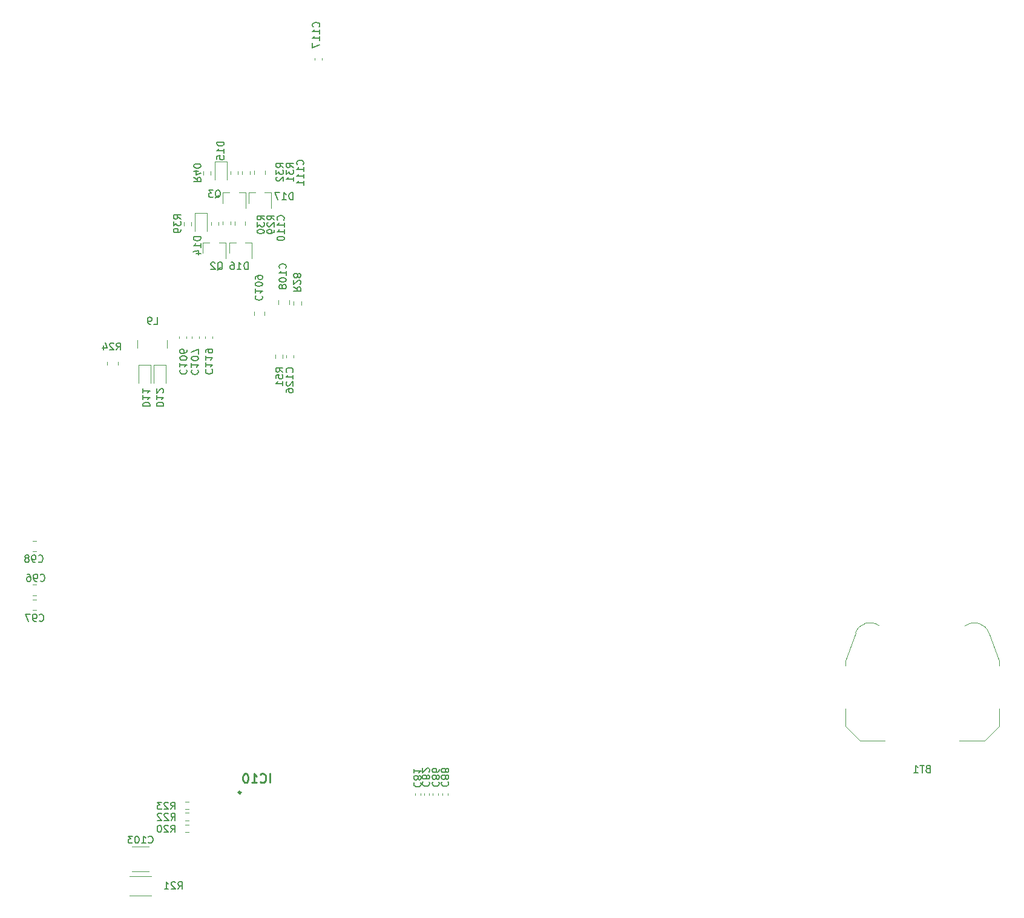
<source format=gbr>
%TF.GenerationSoftware,KiCad,Pcbnew,5.99.0-unknown-4b436fa57~104~ubuntu20.04.1*%
%TF.CreationDate,2020-10-20T16:16:34-05:00*%
%TF.ProjectId,AP2100,41503231-3030-42e6-9b69-6361645f7063,rev?*%
%TF.SameCoordinates,Original*%
%TF.FileFunction,Legend,Bot*%
%TF.FilePolarity,Positive*%
%FSLAX46Y46*%
G04 Gerber Fmt 4.6, Leading zero omitted, Abs format (unit mm)*
G04 Created by KiCad (PCBNEW 5.99.0-unknown-4b436fa57~104~ubuntu20.04.1) date 2020-10-20 16:16:34*
%MOMM*%
%LPD*%
G01*
G04 APERTURE LIST*
%ADD10C,0.150000*%
%ADD11C,0.254000*%
%ADD12C,0.120000*%
%ADD13C,0.325000*%
G04 APERTURE END LIST*
D10*
%TO.C,R40*%
X30578819Y-58707257D02*
X31055009Y-59040590D01*
X30578819Y-59278685D02*
X31578819Y-59278685D01*
X31578819Y-58897733D01*
X31531200Y-58802495D01*
X31483580Y-58754876D01*
X31388342Y-58707257D01*
X31245485Y-58707257D01*
X31150247Y-58754876D01*
X31102628Y-58802495D01*
X31055009Y-58897733D01*
X31055009Y-59278685D01*
X31245485Y-57850114D02*
X30578819Y-57850114D01*
X31626438Y-58088209D02*
X30912152Y-58326304D01*
X30912152Y-57707257D01*
X31578819Y-57135828D02*
X31578819Y-57040590D01*
X31531200Y-56945352D01*
X31483580Y-56897733D01*
X31388342Y-56850114D01*
X31197866Y-56802495D01*
X30959771Y-56802495D01*
X30769295Y-56850114D01*
X30674057Y-56897733D01*
X30626438Y-56945352D01*
X30578819Y-57040590D01*
X30578819Y-57135828D01*
X30626438Y-57231066D01*
X30674057Y-57278685D01*
X30769295Y-57326304D01*
X30959771Y-57373923D01*
X31197866Y-57373923D01*
X31388342Y-57326304D01*
X31483580Y-57278685D01*
X31531200Y-57231066D01*
X31578819Y-57135828D01*
%TO.C,C82*%
X62668057Y-143247810D02*
X62620438Y-143295429D01*
X62572819Y-143438286D01*
X62572819Y-143533524D01*
X62620438Y-143676381D01*
X62715676Y-143771619D01*
X62810914Y-143819238D01*
X63001390Y-143866857D01*
X63144247Y-143866857D01*
X63334723Y-143819238D01*
X63429961Y-143771619D01*
X63525200Y-143676381D01*
X63572819Y-143533524D01*
X63572819Y-143438286D01*
X63525200Y-143295429D01*
X63477580Y-143247810D01*
X63144247Y-142676381D02*
X63191866Y-142771619D01*
X63239485Y-142819238D01*
X63334723Y-142866857D01*
X63382342Y-142866857D01*
X63477580Y-142819238D01*
X63525200Y-142771619D01*
X63572819Y-142676381D01*
X63572819Y-142485905D01*
X63525200Y-142390667D01*
X63477580Y-142343048D01*
X63382342Y-142295429D01*
X63334723Y-142295429D01*
X63239485Y-142343048D01*
X63191866Y-142390667D01*
X63144247Y-142485905D01*
X63144247Y-142676381D01*
X63096628Y-142771619D01*
X63049009Y-142819238D01*
X62953771Y-142866857D01*
X62763295Y-142866857D01*
X62668057Y-142819238D01*
X62620438Y-142771619D01*
X62572819Y-142676381D01*
X62572819Y-142485905D01*
X62620438Y-142390667D01*
X62668057Y-142343048D01*
X62763295Y-142295429D01*
X62953771Y-142295429D01*
X63049009Y-142343048D01*
X63096628Y-142390667D01*
X63144247Y-142485905D01*
X63477580Y-141914476D02*
X63525200Y-141866857D01*
X63572819Y-141771619D01*
X63572819Y-141533524D01*
X63525200Y-141438286D01*
X63477580Y-141390667D01*
X63382342Y-141343048D01*
X63287104Y-141343048D01*
X63144247Y-141390667D01*
X62572819Y-141962095D01*
X62572819Y-141343048D01*
%TO.C,D16*%
X38171285Y-71572380D02*
X38171285Y-70572380D01*
X37933190Y-70572380D01*
X37790333Y-70620000D01*
X37695095Y-70715238D01*
X37647476Y-70810476D01*
X37599857Y-71000952D01*
X37599857Y-71143809D01*
X37647476Y-71334285D01*
X37695095Y-71429523D01*
X37790333Y-71524761D01*
X37933190Y-71572380D01*
X38171285Y-71572380D01*
X36647476Y-71572380D02*
X37218904Y-71572380D01*
X36933190Y-71572380D02*
X36933190Y-70572380D01*
X37028428Y-70715238D01*
X37123666Y-70810476D01*
X37218904Y-70858095D01*
X35790333Y-70572380D02*
X35980809Y-70572380D01*
X36076047Y-70620000D01*
X36123666Y-70667619D01*
X36218904Y-70810476D01*
X36266523Y-71000952D01*
X36266523Y-71381904D01*
X36218904Y-71477142D01*
X36171285Y-71524761D01*
X36076047Y-71572380D01*
X35885571Y-71572380D01*
X35790333Y-71524761D01*
X35742714Y-71477142D01*
X35695095Y-71381904D01*
X35695095Y-71143809D01*
X35742714Y-71048571D01*
X35790333Y-71000952D01*
X35885571Y-70953333D01*
X36076047Y-70953333D01*
X36171285Y-71000952D01*
X36218904Y-71048571D01*
X36266523Y-71143809D01*
%TO.C,C110*%
X43156142Y-64666952D02*
X43203761Y-64619333D01*
X43251380Y-64476476D01*
X43251380Y-64381238D01*
X43203761Y-64238380D01*
X43108523Y-64143142D01*
X43013285Y-64095523D01*
X42822809Y-64047904D01*
X42679952Y-64047904D01*
X42489476Y-64095523D01*
X42394238Y-64143142D01*
X42299000Y-64238380D01*
X42251380Y-64381238D01*
X42251380Y-64476476D01*
X42299000Y-64619333D01*
X42346619Y-64666952D01*
X43251380Y-65619333D02*
X43251380Y-65047904D01*
X43251380Y-65333619D02*
X42251380Y-65333619D01*
X42394238Y-65238380D01*
X42489476Y-65143142D01*
X42537095Y-65047904D01*
X43251380Y-66571714D02*
X43251380Y-66000285D01*
X43251380Y-66286000D02*
X42251380Y-66286000D01*
X42394238Y-66190761D01*
X42489476Y-66095523D01*
X42537095Y-66000285D01*
X42251380Y-67190761D02*
X42251380Y-67286000D01*
X42299000Y-67381238D01*
X42346619Y-67428857D01*
X42441857Y-67476476D01*
X42632333Y-67524095D01*
X42870428Y-67524095D01*
X43060904Y-67476476D01*
X43156142Y-67428857D01*
X43203761Y-67381238D01*
X43251380Y-67286000D01*
X43251380Y-67190761D01*
X43203761Y-67095523D01*
X43156142Y-67047904D01*
X43060904Y-67000285D01*
X42870428Y-66952666D01*
X42632333Y-66952666D01*
X42441857Y-67000285D01*
X42346619Y-67047904D01*
X42299000Y-67095523D01*
X42251380Y-67190761D01*
%TO.C,R31*%
X44546780Y-57307742D02*
X44070590Y-56974409D01*
X44546780Y-56736314D02*
X43546780Y-56736314D01*
X43546780Y-57117266D01*
X43594400Y-57212504D01*
X43642019Y-57260123D01*
X43737257Y-57307742D01*
X43880114Y-57307742D01*
X43975352Y-57260123D01*
X44022971Y-57212504D01*
X44070590Y-57117266D01*
X44070590Y-56736314D01*
X43546780Y-57641076D02*
X43546780Y-58260123D01*
X43927733Y-57926790D01*
X43927733Y-58069647D01*
X43975352Y-58164885D01*
X44022971Y-58212504D01*
X44118209Y-58260123D01*
X44356304Y-58260123D01*
X44451542Y-58212504D01*
X44499161Y-58164885D01*
X44546780Y-58069647D01*
X44546780Y-57783933D01*
X44499161Y-57688695D01*
X44451542Y-57641076D01*
X44546780Y-59212504D02*
X44546780Y-58641076D01*
X44546780Y-58926790D02*
X43546780Y-58926790D01*
X43689638Y-58831552D01*
X43784876Y-58736314D01*
X43832495Y-58641076D01*
%TO.C,C103*%
X24251047Y-151758142D02*
X24298666Y-151805761D01*
X24441523Y-151853380D01*
X24536761Y-151853380D01*
X24679619Y-151805761D01*
X24774857Y-151710523D01*
X24822476Y-151615285D01*
X24870095Y-151424809D01*
X24870095Y-151281952D01*
X24822476Y-151091476D01*
X24774857Y-150996238D01*
X24679619Y-150901000D01*
X24536761Y-150853380D01*
X24441523Y-150853380D01*
X24298666Y-150901000D01*
X24251047Y-150948619D01*
X23298666Y-151853380D02*
X23870095Y-151853380D01*
X23584380Y-151853380D02*
X23584380Y-150853380D01*
X23679619Y-150996238D01*
X23774857Y-151091476D01*
X23870095Y-151139095D01*
X22679619Y-150853380D02*
X22584380Y-150853380D01*
X22489142Y-150901000D01*
X22441523Y-150948619D01*
X22393904Y-151043857D01*
X22346285Y-151234333D01*
X22346285Y-151472428D01*
X22393904Y-151662904D01*
X22441523Y-151758142D01*
X22489142Y-151805761D01*
X22584380Y-151853380D01*
X22679619Y-151853380D01*
X22774857Y-151805761D01*
X22822476Y-151758142D01*
X22870095Y-151662904D01*
X22917714Y-151472428D01*
X22917714Y-151234333D01*
X22870095Y-151043857D01*
X22822476Y-150948619D01*
X22774857Y-150901000D01*
X22679619Y-150853380D01*
X22012952Y-150853380D02*
X21393904Y-150853380D01*
X21727238Y-151234333D01*
X21584380Y-151234333D01*
X21489142Y-151281952D01*
X21441523Y-151329571D01*
X21393904Y-151424809D01*
X21393904Y-151662904D01*
X21441523Y-151758142D01*
X21489142Y-151805761D01*
X21584380Y-151853380D01*
X21870095Y-151853380D01*
X21965333Y-151805761D01*
X22012952Y-151758142D01*
%TO.C,C119*%
X32333242Y-85560447D02*
X32285623Y-85608066D01*
X32238004Y-85750923D01*
X32238004Y-85846161D01*
X32285623Y-85989019D01*
X32380861Y-86084257D01*
X32476099Y-86131876D01*
X32666575Y-86179495D01*
X32809432Y-86179495D01*
X32999908Y-86131876D01*
X33095146Y-86084257D01*
X33190385Y-85989019D01*
X33238004Y-85846161D01*
X33238004Y-85750923D01*
X33190385Y-85608066D01*
X33142765Y-85560447D01*
X32238004Y-84608066D02*
X32238004Y-85179495D01*
X32238004Y-84893780D02*
X33238004Y-84893780D01*
X33095146Y-84989019D01*
X32999908Y-85084257D01*
X32952289Y-85179495D01*
X32238004Y-83655685D02*
X32238004Y-84227114D01*
X32238004Y-83941400D02*
X33238004Y-83941400D01*
X33095146Y-84036638D01*
X32999908Y-84131876D01*
X32952289Y-84227114D01*
X32238004Y-83179495D02*
X32238004Y-82989019D01*
X32285623Y-82893780D01*
X32333242Y-82846161D01*
X32476099Y-82750923D01*
X32666575Y-82703304D01*
X33047527Y-82703304D01*
X33142765Y-82750923D01*
X33190385Y-82798542D01*
X33238004Y-82893780D01*
X33238004Y-83084257D01*
X33190385Y-83179495D01*
X33142765Y-83227114D01*
X33047527Y-83274733D01*
X32809432Y-83274733D01*
X32714194Y-83227114D01*
X32666575Y-83179495D01*
X32618956Y-83084257D01*
X32618956Y-82893780D01*
X32666575Y-82798542D01*
X32714194Y-82750923D01*
X32809432Y-82703304D01*
%TO.C,R28*%
X44557620Y-74032257D02*
X45033810Y-74365590D01*
X44557620Y-74603685D02*
X45557620Y-74603685D01*
X45557620Y-74222733D01*
X45510001Y-74127495D01*
X45462381Y-74079876D01*
X45367143Y-74032257D01*
X45224286Y-74032257D01*
X45129048Y-74079876D01*
X45081429Y-74127495D01*
X45033810Y-74222733D01*
X45033810Y-74603685D01*
X45462381Y-73651304D02*
X45510001Y-73603685D01*
X45557620Y-73508447D01*
X45557620Y-73270352D01*
X45510001Y-73175114D01*
X45462381Y-73127495D01*
X45367143Y-73079876D01*
X45271905Y-73079876D01*
X45129048Y-73127495D01*
X44557620Y-73698923D01*
X44557620Y-73079876D01*
X45129048Y-72508447D02*
X45176667Y-72603685D01*
X45224286Y-72651304D01*
X45319524Y-72698923D01*
X45367143Y-72698923D01*
X45462381Y-72651304D01*
X45510001Y-72603685D01*
X45557620Y-72508447D01*
X45557620Y-72317971D01*
X45510001Y-72222733D01*
X45462381Y-72175114D01*
X45367143Y-72127495D01*
X45319524Y-72127495D01*
X45224286Y-72175114D01*
X45176667Y-72222733D01*
X45129048Y-72317971D01*
X45129048Y-72508447D01*
X45081429Y-72603685D01*
X45033810Y-72651304D01*
X44938572Y-72698923D01*
X44748096Y-72698923D01*
X44652858Y-72651304D01*
X44605239Y-72603685D01*
X44557620Y-72508447D01*
X44557620Y-72317971D01*
X44605239Y-72222733D01*
X44652858Y-72175114D01*
X44748096Y-72127495D01*
X44938572Y-72127495D01*
X45033810Y-72175114D01*
X45081429Y-72222733D01*
X45129048Y-72317971D01*
%TO.C,R23*%
X27393772Y-147111980D02*
X27727105Y-146635790D01*
X27965200Y-147111980D02*
X27965200Y-146111980D01*
X27584248Y-146111980D01*
X27489010Y-146159600D01*
X27441391Y-146207219D01*
X27393772Y-146302457D01*
X27393772Y-146445314D01*
X27441391Y-146540552D01*
X27489010Y-146588171D01*
X27584248Y-146635790D01*
X27965200Y-146635790D01*
X27012819Y-146207219D02*
X26965200Y-146159600D01*
X26869962Y-146111980D01*
X26631867Y-146111980D01*
X26536629Y-146159600D01*
X26489010Y-146207219D01*
X26441391Y-146302457D01*
X26441391Y-146397695D01*
X26489010Y-146540552D01*
X27060438Y-147111980D01*
X26441391Y-147111980D01*
X26108057Y-146111980D02*
X25489010Y-146111980D01*
X25822343Y-146492933D01*
X25679486Y-146492933D01*
X25584248Y-146540552D01*
X25536629Y-146588171D01*
X25489010Y-146683409D01*
X25489010Y-146921504D01*
X25536629Y-147016742D01*
X25584248Y-147064361D01*
X25679486Y-147111980D01*
X25965200Y-147111980D01*
X26060438Y-147064361D01*
X26108057Y-147016742D01*
%TO.C,C88*%
X65327257Y-143273011D02*
X65279638Y-143320630D01*
X65232019Y-143463487D01*
X65232019Y-143558725D01*
X65279638Y-143701582D01*
X65374876Y-143796820D01*
X65470114Y-143844439D01*
X65660590Y-143892058D01*
X65803447Y-143892058D01*
X65993923Y-143844439D01*
X66089161Y-143796820D01*
X66184400Y-143701582D01*
X66232019Y-143558725D01*
X66232019Y-143463487D01*
X66184400Y-143320630D01*
X66136780Y-143273011D01*
X65803447Y-142701582D02*
X65851066Y-142796820D01*
X65898685Y-142844439D01*
X65993923Y-142892058D01*
X66041542Y-142892058D01*
X66136780Y-142844439D01*
X66184400Y-142796820D01*
X66232019Y-142701582D01*
X66232019Y-142511106D01*
X66184400Y-142415868D01*
X66136780Y-142368249D01*
X66041542Y-142320630D01*
X65993923Y-142320630D01*
X65898685Y-142368249D01*
X65851066Y-142415868D01*
X65803447Y-142511106D01*
X65803447Y-142701582D01*
X65755828Y-142796820D01*
X65708209Y-142844439D01*
X65612971Y-142892058D01*
X65422495Y-142892058D01*
X65327257Y-142844439D01*
X65279638Y-142796820D01*
X65232019Y-142701582D01*
X65232019Y-142511106D01*
X65279638Y-142415868D01*
X65327257Y-142368249D01*
X65422495Y-142320630D01*
X65612971Y-142320630D01*
X65708209Y-142368249D01*
X65755828Y-142415868D01*
X65803447Y-142511106D01*
X65803447Y-141749201D02*
X65851066Y-141844439D01*
X65898685Y-141892058D01*
X65993923Y-141939677D01*
X66041542Y-141939677D01*
X66136780Y-141892058D01*
X66184400Y-141844439D01*
X66232019Y-141749201D01*
X66232019Y-141558725D01*
X66184400Y-141463487D01*
X66136780Y-141415868D01*
X66041542Y-141368249D01*
X65993923Y-141368249D01*
X65898685Y-141415868D01*
X65851066Y-141463487D01*
X65803447Y-141558725D01*
X65803447Y-141749201D01*
X65755828Y-141844439D01*
X65708209Y-141892058D01*
X65612971Y-141939677D01*
X65422495Y-141939677D01*
X65327257Y-141892058D01*
X65279638Y-141844439D01*
X65232019Y-141749201D01*
X65232019Y-141558725D01*
X65279638Y-141463487D01*
X65327257Y-141415868D01*
X65422495Y-141368249D01*
X65612971Y-141368249D01*
X65708209Y-141415868D01*
X65755828Y-141463487D01*
X65803447Y-141558725D01*
%TO.C,C117*%
X48109142Y-37628352D02*
X48156761Y-37580733D01*
X48204380Y-37437876D01*
X48204380Y-37342638D01*
X48156761Y-37199780D01*
X48061523Y-37104542D01*
X47966285Y-37056923D01*
X47775809Y-37009304D01*
X47632952Y-37009304D01*
X47442476Y-37056923D01*
X47347238Y-37104542D01*
X47252000Y-37199780D01*
X47204380Y-37342638D01*
X47204380Y-37437876D01*
X47252000Y-37580733D01*
X47299619Y-37628352D01*
X48204380Y-38580733D02*
X48204380Y-38009304D01*
X48204380Y-38295019D02*
X47204380Y-38295019D01*
X47347238Y-38199780D01*
X47442476Y-38104542D01*
X47490095Y-38009304D01*
X48204380Y-39533114D02*
X48204380Y-38961685D01*
X48204380Y-39247400D02*
X47204380Y-39247400D01*
X47347238Y-39152161D01*
X47442476Y-39056923D01*
X47490095Y-38961685D01*
X47204380Y-39866447D02*
X47204380Y-40533114D01*
X48204380Y-40104542D01*
%TO.C,D11*%
X23449604Y-90723885D02*
X24449604Y-90723885D01*
X24449604Y-90485790D01*
X24401985Y-90342933D01*
X24306746Y-90247695D01*
X24211508Y-90200076D01*
X24021032Y-90152457D01*
X23878175Y-90152457D01*
X23687699Y-90200076D01*
X23592461Y-90247695D01*
X23497223Y-90342933D01*
X23449604Y-90485790D01*
X23449604Y-90723885D01*
X23449604Y-89200076D02*
X23449604Y-89771504D01*
X23449604Y-89485790D02*
X24449604Y-89485790D01*
X24306746Y-89581028D01*
X24211508Y-89676266D01*
X24163889Y-89771504D01*
X23449604Y-88247695D02*
X23449604Y-88819123D01*
X23449604Y-88533409D02*
X24449604Y-88533409D01*
X24306746Y-88628647D01*
X24211508Y-88723885D01*
X24163889Y-88819123D01*
%TO.C,C81*%
X61474257Y-143349211D02*
X61426638Y-143396830D01*
X61379019Y-143539687D01*
X61379019Y-143634925D01*
X61426638Y-143777782D01*
X61521876Y-143873020D01*
X61617114Y-143920639D01*
X61807590Y-143968258D01*
X61950447Y-143968258D01*
X62140923Y-143920639D01*
X62236161Y-143873020D01*
X62331400Y-143777782D01*
X62379019Y-143634925D01*
X62379019Y-143539687D01*
X62331400Y-143396830D01*
X62283780Y-143349211D01*
X61950447Y-142777782D02*
X61998066Y-142873020D01*
X62045685Y-142920639D01*
X62140923Y-142968258D01*
X62188542Y-142968258D01*
X62283780Y-142920639D01*
X62331400Y-142873020D01*
X62379019Y-142777782D01*
X62379019Y-142587306D01*
X62331400Y-142492068D01*
X62283780Y-142444449D01*
X62188542Y-142396830D01*
X62140923Y-142396830D01*
X62045685Y-142444449D01*
X61998066Y-142492068D01*
X61950447Y-142587306D01*
X61950447Y-142777782D01*
X61902828Y-142873020D01*
X61855209Y-142920639D01*
X61759971Y-142968258D01*
X61569495Y-142968258D01*
X61474257Y-142920639D01*
X61426638Y-142873020D01*
X61379019Y-142777782D01*
X61379019Y-142587306D01*
X61426638Y-142492068D01*
X61474257Y-142444449D01*
X61569495Y-142396830D01*
X61759971Y-142396830D01*
X61855209Y-142444449D01*
X61902828Y-142492068D01*
X61950447Y-142587306D01*
X61379019Y-141444449D02*
X61379019Y-142015877D01*
X61379019Y-141730163D02*
X62379019Y-141730163D01*
X62236161Y-141825401D01*
X62140923Y-141920639D01*
X62093304Y-142015877D01*
%TO.C,D12*%
X25380004Y-90723885D02*
X26380004Y-90723885D01*
X26380004Y-90485790D01*
X26332385Y-90342933D01*
X26237146Y-90247695D01*
X26141908Y-90200076D01*
X25951432Y-90152457D01*
X25808575Y-90152457D01*
X25618099Y-90200076D01*
X25522861Y-90247695D01*
X25427623Y-90342933D01*
X25380004Y-90485790D01*
X25380004Y-90723885D01*
X25380004Y-89200076D02*
X25380004Y-89771504D01*
X25380004Y-89485790D02*
X26380004Y-89485790D01*
X26237146Y-89581028D01*
X26141908Y-89676266D01*
X26094289Y-89771504D01*
X26284765Y-88819123D02*
X26332385Y-88771504D01*
X26380004Y-88676266D01*
X26380004Y-88438171D01*
X26332385Y-88342933D01*
X26284765Y-88295314D01*
X26189527Y-88247695D01*
X26094289Y-88247695D01*
X25951432Y-88295314D01*
X25380004Y-88866742D01*
X25380004Y-88247695D01*
%TO.C,C96*%
X9127042Y-115114342D02*
X9174661Y-115161961D01*
X9317518Y-115209580D01*
X9412756Y-115209580D01*
X9555613Y-115161961D01*
X9650851Y-115066723D01*
X9698470Y-114971485D01*
X9746089Y-114781009D01*
X9746089Y-114638152D01*
X9698470Y-114447676D01*
X9650851Y-114352438D01*
X9555613Y-114257200D01*
X9412756Y-114209580D01*
X9317518Y-114209580D01*
X9174661Y-114257200D01*
X9127042Y-114304819D01*
X8650851Y-115209580D02*
X8460375Y-115209580D01*
X8365137Y-115161961D01*
X8317518Y-115114342D01*
X8222280Y-114971485D01*
X8174661Y-114781009D01*
X8174661Y-114400057D01*
X8222280Y-114304819D01*
X8269899Y-114257200D01*
X8365137Y-114209580D01*
X8555613Y-114209580D01*
X8650851Y-114257200D01*
X8698470Y-114304819D01*
X8746089Y-114400057D01*
X8746089Y-114638152D01*
X8698470Y-114733390D01*
X8650851Y-114781009D01*
X8555613Y-114828628D01*
X8365137Y-114828628D01*
X8269899Y-114781009D01*
X8222280Y-114733390D01*
X8174661Y-114638152D01*
X7317518Y-114209580D02*
X7507994Y-114209580D01*
X7603232Y-114257200D01*
X7650851Y-114304819D01*
X7746089Y-114447676D01*
X7793708Y-114638152D01*
X7793708Y-115019104D01*
X7746089Y-115114342D01*
X7698470Y-115161961D01*
X7603232Y-115209580D01*
X7412756Y-115209580D01*
X7317518Y-115161961D01*
X7269899Y-115114342D01*
X7222280Y-115019104D01*
X7222280Y-114781009D01*
X7269899Y-114685771D01*
X7317518Y-114638152D01*
X7412756Y-114590533D01*
X7603232Y-114590533D01*
X7698470Y-114638152D01*
X7746089Y-114685771D01*
X7793708Y-114781009D01*
%TO.C,R39*%
X28773380Y-64508142D02*
X28297190Y-64174809D01*
X28773380Y-63936714D02*
X27773380Y-63936714D01*
X27773380Y-64317666D01*
X27821000Y-64412904D01*
X27868619Y-64460523D01*
X27963857Y-64508142D01*
X28106714Y-64508142D01*
X28201952Y-64460523D01*
X28249571Y-64412904D01*
X28297190Y-64317666D01*
X28297190Y-63936714D01*
X27773380Y-64841476D02*
X27773380Y-65460523D01*
X28154333Y-65127190D01*
X28154333Y-65270047D01*
X28201952Y-65365285D01*
X28249571Y-65412904D01*
X28344809Y-65460523D01*
X28582904Y-65460523D01*
X28678142Y-65412904D01*
X28725761Y-65365285D01*
X28773380Y-65270047D01*
X28773380Y-64984333D01*
X28725761Y-64889095D01*
X28678142Y-64841476D01*
X28773380Y-65936714D02*
X28773380Y-66127190D01*
X28725761Y-66222428D01*
X28678142Y-66270047D01*
X28535285Y-66365285D01*
X28344809Y-66412904D01*
X27963857Y-66412904D01*
X27868619Y-66365285D01*
X27821000Y-66317666D01*
X27773380Y-66222428D01*
X27773380Y-66031952D01*
X27821000Y-65936714D01*
X27868619Y-65889095D01*
X27963857Y-65841476D01*
X28201952Y-65841476D01*
X28297190Y-65889095D01*
X28344809Y-65936714D01*
X28392428Y-66031952D01*
X28392428Y-66222428D01*
X28344809Y-66317666D01*
X28297190Y-66365285D01*
X28201952Y-66412904D01*
%TO.C,C86*%
X64026922Y-143273011D02*
X63979303Y-143320630D01*
X63931684Y-143463487D01*
X63931684Y-143558725D01*
X63979303Y-143701582D01*
X64074541Y-143796820D01*
X64169779Y-143844439D01*
X64360255Y-143892058D01*
X64503112Y-143892058D01*
X64693588Y-143844439D01*
X64788826Y-143796820D01*
X64884065Y-143701582D01*
X64931684Y-143558725D01*
X64931684Y-143463487D01*
X64884065Y-143320630D01*
X64836445Y-143273011D01*
X64503112Y-142701582D02*
X64550731Y-142796820D01*
X64598350Y-142844439D01*
X64693588Y-142892058D01*
X64741207Y-142892058D01*
X64836445Y-142844439D01*
X64884065Y-142796820D01*
X64931684Y-142701582D01*
X64931684Y-142511106D01*
X64884065Y-142415868D01*
X64836445Y-142368249D01*
X64741207Y-142320630D01*
X64693588Y-142320630D01*
X64598350Y-142368249D01*
X64550731Y-142415868D01*
X64503112Y-142511106D01*
X64503112Y-142701582D01*
X64455493Y-142796820D01*
X64407874Y-142844439D01*
X64312636Y-142892058D01*
X64122160Y-142892058D01*
X64026922Y-142844439D01*
X63979303Y-142796820D01*
X63931684Y-142701582D01*
X63931684Y-142511106D01*
X63979303Y-142415868D01*
X64026922Y-142368249D01*
X64122160Y-142320630D01*
X64312636Y-142320630D01*
X64407874Y-142368249D01*
X64455493Y-142415868D01*
X64503112Y-142511106D01*
X64931684Y-141463487D02*
X64931684Y-141653963D01*
X64884065Y-141749201D01*
X64836445Y-141796820D01*
X64693588Y-141892058D01*
X64503112Y-141939677D01*
X64122160Y-141939677D01*
X64026922Y-141892058D01*
X63979303Y-141844439D01*
X63931684Y-141749201D01*
X63931684Y-141558725D01*
X63979303Y-141463487D01*
X64026922Y-141415868D01*
X64122160Y-141368249D01*
X64360255Y-141368249D01*
X64455493Y-141415868D01*
X64503112Y-141463487D01*
X64550731Y-141558725D01*
X64550731Y-141749201D01*
X64503112Y-141844439D01*
X64455493Y-141892058D01*
X64360255Y-141939677D01*
%TO.C,C98*%
X8873042Y-112447342D02*
X8920661Y-112494961D01*
X9063518Y-112542580D01*
X9158756Y-112542580D01*
X9301613Y-112494961D01*
X9396851Y-112399723D01*
X9444470Y-112304485D01*
X9492089Y-112114009D01*
X9492089Y-111971152D01*
X9444470Y-111780676D01*
X9396851Y-111685438D01*
X9301613Y-111590200D01*
X9158756Y-111542580D01*
X9063518Y-111542580D01*
X8920661Y-111590200D01*
X8873042Y-111637819D01*
X8396851Y-112542580D02*
X8206375Y-112542580D01*
X8111137Y-112494961D01*
X8063518Y-112447342D01*
X7968280Y-112304485D01*
X7920661Y-112114009D01*
X7920661Y-111733057D01*
X7968280Y-111637819D01*
X8015899Y-111590200D01*
X8111137Y-111542580D01*
X8301613Y-111542580D01*
X8396851Y-111590200D01*
X8444470Y-111637819D01*
X8492089Y-111733057D01*
X8492089Y-111971152D01*
X8444470Y-112066390D01*
X8396851Y-112114009D01*
X8301613Y-112161628D01*
X8111137Y-112161628D01*
X8015899Y-112114009D01*
X7968280Y-112066390D01*
X7920661Y-111971152D01*
X7349232Y-111971152D02*
X7444470Y-111923533D01*
X7492089Y-111875914D01*
X7539708Y-111780676D01*
X7539708Y-111733057D01*
X7492089Y-111637819D01*
X7444470Y-111590200D01*
X7349232Y-111542580D01*
X7158756Y-111542580D01*
X7063518Y-111590200D01*
X7015899Y-111637819D01*
X6968280Y-111733057D01*
X6968280Y-111780676D01*
X7015899Y-111875914D01*
X7063518Y-111923533D01*
X7158756Y-111971152D01*
X7349232Y-111971152D01*
X7444470Y-112018771D01*
X7492089Y-112066390D01*
X7539708Y-112161628D01*
X7539708Y-112352104D01*
X7492089Y-112447342D01*
X7444470Y-112494961D01*
X7349232Y-112542580D01*
X7158756Y-112542580D01*
X7063518Y-112494961D01*
X7015899Y-112447342D01*
X6968280Y-112352104D01*
X6968280Y-112161628D01*
X7015899Y-112066390D01*
X7063518Y-112018771D01*
X7158756Y-111971152D01*
%TO.C,BT1*%
X133285714Y-141428571D02*
X133142857Y-141476190D01*
X133095238Y-141523809D01*
X133047619Y-141619047D01*
X133047619Y-141761904D01*
X133095238Y-141857142D01*
X133142857Y-141904761D01*
X133238095Y-141952380D01*
X133619047Y-141952380D01*
X133619047Y-140952380D01*
X133285714Y-140952380D01*
X133190476Y-141000000D01*
X133142857Y-141047619D01*
X133095238Y-141142857D01*
X133095238Y-141238095D01*
X133142857Y-141333333D01*
X133190476Y-141380952D01*
X133285714Y-141428571D01*
X133619047Y-141428571D01*
X132761904Y-140952380D02*
X132190476Y-140952380D01*
X132476190Y-141952380D02*
X132476190Y-140952380D01*
X131333333Y-141952380D02*
X131904761Y-141952380D01*
X131619047Y-141952380D02*
X131619047Y-140952380D01*
X131714285Y-141095238D01*
X131809523Y-141190476D01*
X131904761Y-141238095D01*
%TO.C,C97*%
X9000042Y-120702342D02*
X9047661Y-120749961D01*
X9190518Y-120797580D01*
X9285756Y-120797580D01*
X9428613Y-120749961D01*
X9523851Y-120654723D01*
X9571470Y-120559485D01*
X9619089Y-120369009D01*
X9619089Y-120226152D01*
X9571470Y-120035676D01*
X9523851Y-119940438D01*
X9428613Y-119845200D01*
X9285756Y-119797580D01*
X9190518Y-119797580D01*
X9047661Y-119845200D01*
X9000042Y-119892819D01*
X8523851Y-120797580D02*
X8333375Y-120797580D01*
X8238137Y-120749961D01*
X8190518Y-120702342D01*
X8095280Y-120559485D01*
X8047661Y-120369009D01*
X8047661Y-119988057D01*
X8095280Y-119892819D01*
X8142899Y-119845200D01*
X8238137Y-119797580D01*
X8428613Y-119797580D01*
X8523851Y-119845200D01*
X8571470Y-119892819D01*
X8619089Y-119988057D01*
X8619089Y-120226152D01*
X8571470Y-120321390D01*
X8523851Y-120369009D01*
X8428613Y-120416628D01*
X8238137Y-120416628D01*
X8142899Y-120369009D01*
X8095280Y-120321390D01*
X8047661Y-120226152D01*
X7714327Y-119797580D02*
X7047661Y-119797580D01*
X7476232Y-120797580D01*
%TO.C,L9*%
X24983051Y-79243180D02*
X25459242Y-79243180D01*
X25459242Y-78243180D01*
X24602099Y-79243180D02*
X24411623Y-79243180D01*
X24316385Y-79195561D01*
X24268765Y-79147942D01*
X24173527Y-79005085D01*
X24125908Y-78814609D01*
X24125908Y-78433657D01*
X24173527Y-78338419D01*
X24221146Y-78290800D01*
X24316385Y-78243180D01*
X24506861Y-78243180D01*
X24602099Y-78290800D01*
X24649718Y-78338419D01*
X24697337Y-78433657D01*
X24697337Y-78671752D01*
X24649718Y-78766990D01*
X24602099Y-78814609D01*
X24506861Y-78862228D01*
X24316385Y-78862228D01*
X24221146Y-78814609D01*
X24173527Y-78766990D01*
X24125908Y-78671752D01*
%TO.C,D17*%
X44462885Y-61821780D02*
X44462885Y-60821780D01*
X44224790Y-60821780D01*
X44081933Y-60869400D01*
X43986695Y-60964638D01*
X43939076Y-61059876D01*
X43891457Y-61250352D01*
X43891457Y-61393209D01*
X43939076Y-61583685D01*
X43986695Y-61678923D01*
X44081933Y-61774161D01*
X44224790Y-61821780D01*
X44462885Y-61821780D01*
X42939076Y-61821780D02*
X43510504Y-61821780D01*
X43224790Y-61821780D02*
X43224790Y-60821780D01*
X43320028Y-60964638D01*
X43415266Y-61059876D01*
X43510504Y-61107495D01*
X42605742Y-60821780D02*
X41939076Y-60821780D01*
X42367647Y-61821780D01*
%TO.C,C106*%
X28726442Y-85599447D02*
X28678823Y-85647066D01*
X28631204Y-85789923D01*
X28631204Y-85885161D01*
X28678823Y-86028019D01*
X28774061Y-86123257D01*
X28869299Y-86170876D01*
X29059775Y-86218495D01*
X29202632Y-86218495D01*
X29393108Y-86170876D01*
X29488346Y-86123257D01*
X29583585Y-86028019D01*
X29631204Y-85885161D01*
X29631204Y-85789923D01*
X29583585Y-85647066D01*
X29535965Y-85599447D01*
X28631204Y-84647066D02*
X28631204Y-85218495D01*
X28631204Y-84932780D02*
X29631204Y-84932780D01*
X29488346Y-85028019D01*
X29393108Y-85123257D01*
X29345489Y-85218495D01*
X29631204Y-84028019D02*
X29631204Y-83932780D01*
X29583585Y-83837542D01*
X29535965Y-83789923D01*
X29440727Y-83742304D01*
X29250251Y-83694685D01*
X29012156Y-83694685D01*
X28821680Y-83742304D01*
X28726442Y-83789923D01*
X28678823Y-83837542D01*
X28631204Y-83932780D01*
X28631204Y-84028019D01*
X28678823Y-84123257D01*
X28726442Y-84170876D01*
X28821680Y-84218495D01*
X29012156Y-84266114D01*
X29250251Y-84266114D01*
X29440727Y-84218495D01*
X29535965Y-84170876D01*
X29583585Y-84123257D01*
X29631204Y-84028019D01*
X29631204Y-82837542D02*
X29631204Y-83028019D01*
X29583585Y-83123257D01*
X29535965Y-83170876D01*
X29393108Y-83266114D01*
X29202632Y-83313733D01*
X28821680Y-83313733D01*
X28726442Y-83266114D01*
X28678823Y-83218495D01*
X28631204Y-83123257D01*
X28631204Y-82932780D01*
X28678823Y-82837542D01*
X28726442Y-82789923D01*
X28821680Y-82742304D01*
X29059775Y-82742304D01*
X29155013Y-82789923D01*
X29202632Y-82837542D01*
X29250251Y-82932780D01*
X29250251Y-83123257D01*
X29202632Y-83218495D01*
X29155013Y-83266114D01*
X29059775Y-83313733D01*
%TO.C,Q2*%
X33877238Y-71667619D02*
X33972476Y-71620000D01*
X34067714Y-71524761D01*
X34210571Y-71381904D01*
X34305809Y-71334285D01*
X34401047Y-71334285D01*
X34353428Y-71572380D02*
X34448666Y-71524761D01*
X34543904Y-71429523D01*
X34591523Y-71239047D01*
X34591523Y-70905714D01*
X34543904Y-70715238D01*
X34448666Y-70620000D01*
X34353428Y-70572380D01*
X34162952Y-70572380D01*
X34067714Y-70620000D01*
X33972476Y-70715238D01*
X33924857Y-70905714D01*
X33924857Y-71239047D01*
X33972476Y-71429523D01*
X34067714Y-71524761D01*
X34162952Y-71572380D01*
X34353428Y-71572380D01*
X33543904Y-70667619D02*
X33496285Y-70620000D01*
X33401047Y-70572380D01*
X33162952Y-70572380D01*
X33067714Y-70620000D01*
X33020095Y-70667619D01*
X32972476Y-70762857D01*
X32972476Y-70858095D01*
X33020095Y-71000952D01*
X33591523Y-71572380D01*
X32972476Y-71572380D01*
%TO.C,R32*%
X43124380Y-57307742D02*
X42648190Y-56974409D01*
X43124380Y-56736314D02*
X42124380Y-56736314D01*
X42124380Y-57117266D01*
X42172000Y-57212504D01*
X42219619Y-57260123D01*
X42314857Y-57307742D01*
X42457714Y-57307742D01*
X42552952Y-57260123D01*
X42600571Y-57212504D01*
X42648190Y-57117266D01*
X42648190Y-56736314D01*
X42124380Y-57641076D02*
X42124380Y-58260123D01*
X42505333Y-57926790D01*
X42505333Y-58069647D01*
X42552952Y-58164885D01*
X42600571Y-58212504D01*
X42695809Y-58260123D01*
X42933904Y-58260123D01*
X43029142Y-58212504D01*
X43076761Y-58164885D01*
X43124380Y-58069647D01*
X43124380Y-57783933D01*
X43076761Y-57688695D01*
X43029142Y-57641076D01*
X42219619Y-58641076D02*
X42172000Y-58688695D01*
X42124380Y-58783933D01*
X42124380Y-59022028D01*
X42172000Y-59117266D01*
X42219619Y-59164885D01*
X42314857Y-59212504D01*
X42410095Y-59212504D01*
X42552952Y-59164885D01*
X43124380Y-58593457D01*
X43124380Y-59212504D01*
%TO.C,R51*%
X43048180Y-85920342D02*
X42571990Y-85587009D01*
X43048180Y-85348914D02*
X42048180Y-85348914D01*
X42048180Y-85729866D01*
X42095800Y-85825104D01*
X42143419Y-85872723D01*
X42238657Y-85920342D01*
X42381514Y-85920342D01*
X42476752Y-85872723D01*
X42524371Y-85825104D01*
X42571990Y-85729866D01*
X42571990Y-85348914D01*
X42048180Y-86825104D02*
X42048180Y-86348914D01*
X42524371Y-86301295D01*
X42476752Y-86348914D01*
X42429133Y-86444152D01*
X42429133Y-86682247D01*
X42476752Y-86777485D01*
X42524371Y-86825104D01*
X42619609Y-86872723D01*
X42857704Y-86872723D01*
X42952942Y-86825104D01*
X43000561Y-86777485D01*
X43048180Y-86682247D01*
X43048180Y-86444152D01*
X43000561Y-86348914D01*
X42952942Y-86301295D01*
X43048180Y-87825104D02*
X43048180Y-87253676D01*
X43048180Y-87539390D02*
X42048180Y-87539390D01*
X42191038Y-87444152D01*
X42286276Y-87348914D01*
X42333895Y-87253676D01*
%TO.C,R24*%
X19769642Y-82849980D02*
X20102975Y-82373790D01*
X20341070Y-82849980D02*
X20341070Y-81849980D01*
X19960118Y-81849980D01*
X19864880Y-81897600D01*
X19817261Y-81945219D01*
X19769642Y-82040457D01*
X19769642Y-82183314D01*
X19817261Y-82278552D01*
X19864880Y-82326171D01*
X19960118Y-82373790D01*
X20341070Y-82373790D01*
X19388689Y-81945219D02*
X19341070Y-81897600D01*
X19245832Y-81849980D01*
X19007737Y-81849980D01*
X18912499Y-81897600D01*
X18864880Y-81945219D01*
X18817261Y-82040457D01*
X18817261Y-82135695D01*
X18864880Y-82278552D01*
X19436308Y-82849980D01*
X18817261Y-82849980D01*
X17960118Y-82183314D02*
X17960118Y-82849980D01*
X18198213Y-81802361D02*
X18436308Y-82516647D01*
X17817261Y-82516647D01*
%TO.C,C109*%
X39292257Y-75251447D02*
X39244638Y-75299066D01*
X39197019Y-75441923D01*
X39197019Y-75537161D01*
X39244638Y-75680019D01*
X39339876Y-75775257D01*
X39435114Y-75822876D01*
X39625590Y-75870495D01*
X39768447Y-75870495D01*
X39958923Y-75822876D01*
X40054161Y-75775257D01*
X40149400Y-75680019D01*
X40197019Y-75537161D01*
X40197019Y-75441923D01*
X40149400Y-75299066D01*
X40101780Y-75251447D01*
X39197019Y-74299066D02*
X39197019Y-74870495D01*
X39197019Y-74584780D02*
X40197019Y-74584780D01*
X40054161Y-74680019D01*
X39958923Y-74775257D01*
X39911304Y-74870495D01*
X40197019Y-73680019D02*
X40197019Y-73584780D01*
X40149400Y-73489542D01*
X40101780Y-73441923D01*
X40006542Y-73394304D01*
X39816066Y-73346685D01*
X39577971Y-73346685D01*
X39387495Y-73394304D01*
X39292257Y-73441923D01*
X39244638Y-73489542D01*
X39197019Y-73584780D01*
X39197019Y-73680019D01*
X39244638Y-73775257D01*
X39292257Y-73822876D01*
X39387495Y-73870495D01*
X39577971Y-73918114D01*
X39816066Y-73918114D01*
X40006542Y-73870495D01*
X40101780Y-73822876D01*
X40149400Y-73775257D01*
X40197019Y-73680019D01*
X39197019Y-72870495D02*
X39197019Y-72680019D01*
X39244638Y-72584780D01*
X39292257Y-72537161D01*
X39435114Y-72441923D01*
X39625590Y-72394304D01*
X40006542Y-72394304D01*
X40101780Y-72441923D01*
X40149400Y-72489542D01*
X40197019Y-72584780D01*
X40197019Y-72775257D01*
X40149400Y-72870495D01*
X40101780Y-72918114D01*
X40006542Y-72965733D01*
X39768447Y-72965733D01*
X39673209Y-72918114D01*
X39625590Y-72870495D01*
X39577971Y-72775257D01*
X39577971Y-72584780D01*
X39625590Y-72489542D01*
X39673209Y-72441923D01*
X39768447Y-72394304D01*
%TO.C,R21*%
X28379657Y-158262580D02*
X28712990Y-157786390D01*
X28951085Y-158262580D02*
X28951085Y-157262580D01*
X28570133Y-157262580D01*
X28474895Y-157310200D01*
X28427276Y-157357819D01*
X28379657Y-157453057D01*
X28379657Y-157595914D01*
X28427276Y-157691152D01*
X28474895Y-157738771D01*
X28570133Y-157786390D01*
X28951085Y-157786390D01*
X27998704Y-157357819D02*
X27951085Y-157310200D01*
X27855847Y-157262580D01*
X27617752Y-157262580D01*
X27522514Y-157310200D01*
X27474895Y-157357819D01*
X27427276Y-157453057D01*
X27427276Y-157548295D01*
X27474895Y-157691152D01*
X28046323Y-158262580D01*
X27427276Y-158262580D01*
X26474895Y-158262580D02*
X27046323Y-158262580D01*
X26760609Y-158262580D02*
X26760609Y-157262580D01*
X26855847Y-157405438D01*
X26951085Y-157500676D01*
X27046323Y-157548295D01*
%TO.C,D15*%
X34818580Y-53739114D02*
X33818580Y-53739114D01*
X33818580Y-53977209D01*
X33866200Y-54120066D01*
X33961438Y-54215304D01*
X34056676Y-54262923D01*
X34247152Y-54310542D01*
X34390009Y-54310542D01*
X34580485Y-54262923D01*
X34675723Y-54215304D01*
X34770961Y-54120066D01*
X34818580Y-53977209D01*
X34818580Y-53739114D01*
X34818580Y-55262923D02*
X34818580Y-54691495D01*
X34818580Y-54977209D02*
X33818580Y-54977209D01*
X33961438Y-54881971D01*
X34056676Y-54786733D01*
X34104295Y-54691495D01*
X33818580Y-56167685D02*
X33818580Y-55691495D01*
X34294771Y-55643876D01*
X34247152Y-55691495D01*
X34199533Y-55786733D01*
X34199533Y-56024828D01*
X34247152Y-56120066D01*
X34294771Y-56167685D01*
X34390009Y-56215304D01*
X34628104Y-56215304D01*
X34723342Y-56167685D01*
X34770961Y-56120066D01*
X34818580Y-56024828D01*
X34818580Y-55786733D01*
X34770961Y-55691495D01*
X34723342Y-55643876D01*
%TO.C,R22*%
X27403772Y-148661380D02*
X27737105Y-148185190D01*
X27975200Y-148661380D02*
X27975200Y-147661380D01*
X27594248Y-147661380D01*
X27499010Y-147709000D01*
X27451391Y-147756619D01*
X27403772Y-147851857D01*
X27403772Y-147994714D01*
X27451391Y-148089952D01*
X27499010Y-148137571D01*
X27594248Y-148185190D01*
X27975200Y-148185190D01*
X27022819Y-147756619D02*
X26975200Y-147709000D01*
X26879962Y-147661380D01*
X26641867Y-147661380D01*
X26546629Y-147709000D01*
X26499010Y-147756619D01*
X26451391Y-147851857D01*
X26451391Y-147947095D01*
X26499010Y-148089952D01*
X27070438Y-148661380D01*
X26451391Y-148661380D01*
X26070438Y-147756619D02*
X26022819Y-147709000D01*
X25927581Y-147661380D01*
X25689486Y-147661380D01*
X25594248Y-147709000D01*
X25546629Y-147756619D01*
X25499010Y-147851857D01*
X25499010Y-147947095D01*
X25546629Y-148089952D01*
X26118057Y-148661380D01*
X25499010Y-148661380D01*
%TO.C,C108*%
X43437142Y-71416352D02*
X43484761Y-71368733D01*
X43532380Y-71225876D01*
X43532380Y-71130638D01*
X43484761Y-70987780D01*
X43389523Y-70892542D01*
X43294285Y-70844923D01*
X43103809Y-70797304D01*
X42960952Y-70797304D01*
X42770476Y-70844923D01*
X42675238Y-70892542D01*
X42580000Y-70987780D01*
X42532380Y-71130638D01*
X42532380Y-71225876D01*
X42580000Y-71368733D01*
X42627619Y-71416352D01*
X43532380Y-72368733D02*
X43532380Y-71797304D01*
X43532380Y-72083019D02*
X42532380Y-72083019D01*
X42675238Y-71987780D01*
X42770476Y-71892542D01*
X42818095Y-71797304D01*
X42532380Y-72987780D02*
X42532380Y-73083019D01*
X42580000Y-73178257D01*
X42627619Y-73225876D01*
X42722857Y-73273495D01*
X42913333Y-73321114D01*
X43151428Y-73321114D01*
X43341904Y-73273495D01*
X43437142Y-73225876D01*
X43484761Y-73178257D01*
X43532380Y-73083019D01*
X43532380Y-72987780D01*
X43484761Y-72892542D01*
X43437142Y-72844923D01*
X43341904Y-72797304D01*
X43151428Y-72749685D01*
X42913333Y-72749685D01*
X42722857Y-72797304D01*
X42627619Y-72844923D01*
X42580000Y-72892542D01*
X42532380Y-72987780D01*
X42960952Y-73892542D02*
X42913333Y-73797304D01*
X42865714Y-73749685D01*
X42770476Y-73702066D01*
X42722857Y-73702066D01*
X42627619Y-73749685D01*
X42580000Y-73797304D01*
X42532380Y-73892542D01*
X42532380Y-74083019D01*
X42580000Y-74178257D01*
X42627619Y-74225876D01*
X42722857Y-74273495D01*
X42770476Y-74273495D01*
X42865714Y-74225876D01*
X42913333Y-74178257D01*
X42960952Y-74083019D01*
X42960952Y-73892542D01*
X43008571Y-73797304D01*
X43056190Y-73749685D01*
X43151428Y-73702066D01*
X43341904Y-73702066D01*
X43437142Y-73749685D01*
X43484761Y-73797304D01*
X43532380Y-73892542D01*
X43532380Y-74083019D01*
X43484761Y-74178257D01*
X43437142Y-74225876D01*
X43341904Y-74273495D01*
X43151428Y-74273495D01*
X43056190Y-74225876D01*
X43008571Y-74178257D01*
X42960952Y-74083019D01*
%TO.C,R30*%
X40457380Y-64635142D02*
X39981190Y-64301809D01*
X40457380Y-64063714D02*
X39457380Y-64063714D01*
X39457380Y-64444666D01*
X39505000Y-64539904D01*
X39552619Y-64587523D01*
X39647857Y-64635142D01*
X39790714Y-64635142D01*
X39885952Y-64587523D01*
X39933571Y-64539904D01*
X39981190Y-64444666D01*
X39981190Y-64063714D01*
X39457380Y-64968476D02*
X39457380Y-65587523D01*
X39838333Y-65254190D01*
X39838333Y-65397047D01*
X39885952Y-65492285D01*
X39933571Y-65539904D01*
X40028809Y-65587523D01*
X40266904Y-65587523D01*
X40362142Y-65539904D01*
X40409761Y-65492285D01*
X40457380Y-65397047D01*
X40457380Y-65111333D01*
X40409761Y-65016095D01*
X40362142Y-64968476D01*
X39457380Y-66206571D02*
X39457380Y-66301809D01*
X39505000Y-66397047D01*
X39552619Y-66444666D01*
X39647857Y-66492285D01*
X39838333Y-66539904D01*
X40076428Y-66539904D01*
X40266904Y-66492285D01*
X40362142Y-66444666D01*
X40409761Y-66397047D01*
X40457380Y-66301809D01*
X40457380Y-66206571D01*
X40409761Y-66111333D01*
X40362142Y-66063714D01*
X40266904Y-66016095D01*
X40076428Y-65968476D01*
X39838333Y-65968476D01*
X39647857Y-66016095D01*
X39552619Y-66063714D01*
X39505000Y-66111333D01*
X39457380Y-66206571D01*
%TO.C,C107*%
X30352042Y-85637247D02*
X30304423Y-85684866D01*
X30256804Y-85827723D01*
X30256804Y-85922961D01*
X30304423Y-86065819D01*
X30399661Y-86161057D01*
X30494899Y-86208676D01*
X30685375Y-86256295D01*
X30828232Y-86256295D01*
X31018708Y-86208676D01*
X31113946Y-86161057D01*
X31209185Y-86065819D01*
X31256804Y-85922961D01*
X31256804Y-85827723D01*
X31209185Y-85684866D01*
X31161565Y-85637247D01*
X30256804Y-84684866D02*
X30256804Y-85256295D01*
X30256804Y-84970580D02*
X31256804Y-84970580D01*
X31113946Y-85065819D01*
X31018708Y-85161057D01*
X30971089Y-85256295D01*
X31256804Y-84065819D02*
X31256804Y-83970580D01*
X31209185Y-83875342D01*
X31161565Y-83827723D01*
X31066327Y-83780104D01*
X30875851Y-83732485D01*
X30637756Y-83732485D01*
X30447280Y-83780104D01*
X30352042Y-83827723D01*
X30304423Y-83875342D01*
X30256804Y-83970580D01*
X30256804Y-84065819D01*
X30304423Y-84161057D01*
X30352042Y-84208676D01*
X30447280Y-84256295D01*
X30637756Y-84303914D01*
X30875851Y-84303914D01*
X31066327Y-84256295D01*
X31161565Y-84208676D01*
X31209185Y-84161057D01*
X31256804Y-84065819D01*
X31256804Y-83399152D02*
X31256804Y-82732485D01*
X30256804Y-83161057D01*
D11*
%TO.C,IC10*%
X41214523Y-143373323D02*
X41214523Y-142103323D01*
X39884047Y-143252371D02*
X39944523Y-143312847D01*
X40125952Y-143373323D01*
X40246904Y-143373323D01*
X40428333Y-143312847D01*
X40549285Y-143191895D01*
X40609761Y-143070942D01*
X40670238Y-142829038D01*
X40670238Y-142647609D01*
X40609761Y-142405704D01*
X40549285Y-142284752D01*
X40428333Y-142163800D01*
X40246904Y-142103323D01*
X40125952Y-142103323D01*
X39944523Y-142163800D01*
X39884047Y-142224276D01*
X38674523Y-143373323D02*
X39400238Y-143373323D01*
X39037380Y-143373323D02*
X39037380Y-142103323D01*
X39158333Y-142284752D01*
X39279285Y-142405704D01*
X39400238Y-142466180D01*
X37888333Y-142103323D02*
X37767380Y-142103323D01*
X37646428Y-142163800D01*
X37585952Y-142224276D01*
X37525476Y-142345228D01*
X37465000Y-142587133D01*
X37465000Y-142889514D01*
X37525476Y-143131419D01*
X37585952Y-143252371D01*
X37646428Y-143312847D01*
X37767380Y-143373323D01*
X37888333Y-143373323D01*
X38009285Y-143312847D01*
X38069761Y-143252371D01*
X38130238Y-143131419D01*
X38190714Y-142889514D01*
X38190714Y-142587133D01*
X38130238Y-142345228D01*
X38069761Y-142224276D01*
X38009285Y-142163800D01*
X37888333Y-142103323D01*
D10*
%TO.C,D14*%
X31567380Y-66984714D02*
X30567380Y-66984714D01*
X30567380Y-67222809D01*
X30615000Y-67365666D01*
X30710238Y-67460904D01*
X30805476Y-67508523D01*
X30995952Y-67556142D01*
X31138809Y-67556142D01*
X31329285Y-67508523D01*
X31424523Y-67460904D01*
X31519761Y-67365666D01*
X31567380Y-67222809D01*
X31567380Y-66984714D01*
X31567380Y-68508523D02*
X31567380Y-67937095D01*
X31567380Y-68222809D02*
X30567380Y-68222809D01*
X30710238Y-68127571D01*
X30805476Y-68032333D01*
X30853095Y-67937095D01*
X30900714Y-69365666D02*
X31567380Y-69365666D01*
X30519761Y-69127571D02*
X31234047Y-68889476D01*
X31234047Y-69508523D01*
%TO.C,R29*%
X41854380Y-64635142D02*
X41378190Y-64301809D01*
X41854380Y-64063714D02*
X40854380Y-64063714D01*
X40854380Y-64444666D01*
X40902000Y-64539904D01*
X40949619Y-64587523D01*
X41044857Y-64635142D01*
X41187714Y-64635142D01*
X41282952Y-64587523D01*
X41330571Y-64539904D01*
X41378190Y-64444666D01*
X41378190Y-64063714D01*
X40949619Y-65016095D02*
X40902000Y-65063714D01*
X40854380Y-65158952D01*
X40854380Y-65397047D01*
X40902000Y-65492285D01*
X40949619Y-65539904D01*
X41044857Y-65587523D01*
X41140095Y-65587523D01*
X41282952Y-65539904D01*
X41854380Y-64968476D01*
X41854380Y-65587523D01*
X41854380Y-66063714D02*
X41854380Y-66254190D01*
X41806761Y-66349428D01*
X41759142Y-66397047D01*
X41616285Y-66492285D01*
X41425809Y-66539904D01*
X41044857Y-66539904D01*
X40949619Y-66492285D01*
X40902000Y-66444666D01*
X40854380Y-66349428D01*
X40854380Y-66158952D01*
X40902000Y-66063714D01*
X40949619Y-66016095D01*
X41044857Y-65968476D01*
X41282952Y-65968476D01*
X41378190Y-66016095D01*
X41425809Y-66063714D01*
X41473428Y-66158952D01*
X41473428Y-66349428D01*
X41425809Y-66444666D01*
X41378190Y-66492285D01*
X41282952Y-66539904D01*
%TO.C,R20*%
X27390572Y-150319980D02*
X27723905Y-149843790D01*
X27962000Y-150319980D02*
X27962000Y-149319980D01*
X27581048Y-149319980D01*
X27485810Y-149367600D01*
X27438191Y-149415219D01*
X27390572Y-149510457D01*
X27390572Y-149653314D01*
X27438191Y-149748552D01*
X27485810Y-149796171D01*
X27581048Y-149843790D01*
X27962000Y-149843790D01*
X27009619Y-149415219D02*
X26962000Y-149367600D01*
X26866762Y-149319980D01*
X26628667Y-149319980D01*
X26533429Y-149367600D01*
X26485810Y-149415219D01*
X26438191Y-149510457D01*
X26438191Y-149605695D01*
X26485810Y-149748552D01*
X27057238Y-150319980D01*
X26438191Y-150319980D01*
X25819143Y-149319980D02*
X25723905Y-149319980D01*
X25628667Y-149367600D01*
X25581048Y-149415219D01*
X25533429Y-149510457D01*
X25485810Y-149700933D01*
X25485810Y-149939028D01*
X25533429Y-150129504D01*
X25581048Y-150224742D01*
X25628667Y-150272361D01*
X25723905Y-150319980D01*
X25819143Y-150319980D01*
X25914381Y-150272361D01*
X25962000Y-150224742D01*
X26009619Y-150129504D01*
X26057238Y-149939028D01*
X26057238Y-149700933D01*
X26009619Y-149510457D01*
X25962000Y-149415219D01*
X25914381Y-149367600D01*
X25819143Y-149319980D01*
%TO.C,C126*%
X44400742Y-85952152D02*
X44448361Y-85904533D01*
X44495980Y-85761676D01*
X44495980Y-85666438D01*
X44448361Y-85523580D01*
X44353123Y-85428342D01*
X44257885Y-85380723D01*
X44067409Y-85333104D01*
X43924552Y-85333104D01*
X43734076Y-85380723D01*
X43638838Y-85428342D01*
X43543600Y-85523580D01*
X43495980Y-85666438D01*
X43495980Y-85761676D01*
X43543600Y-85904533D01*
X43591219Y-85952152D01*
X44495980Y-86904533D02*
X44495980Y-86333104D01*
X44495980Y-86618819D02*
X43495980Y-86618819D01*
X43638838Y-86523580D01*
X43734076Y-86428342D01*
X43781695Y-86333104D01*
X43591219Y-87285485D02*
X43543600Y-87333104D01*
X43495980Y-87428342D01*
X43495980Y-87666438D01*
X43543600Y-87761676D01*
X43591219Y-87809295D01*
X43686457Y-87856914D01*
X43781695Y-87856914D01*
X43924552Y-87809295D01*
X44495980Y-87237866D01*
X44495980Y-87856914D01*
X43495980Y-88714057D02*
X43495980Y-88523580D01*
X43543600Y-88428342D01*
X43591219Y-88380723D01*
X43734076Y-88285485D01*
X43924552Y-88237866D01*
X44305504Y-88237866D01*
X44400742Y-88285485D01*
X44448361Y-88333104D01*
X44495980Y-88428342D01*
X44495980Y-88618819D01*
X44448361Y-88714057D01*
X44400742Y-88761676D01*
X44305504Y-88809295D01*
X44067409Y-88809295D01*
X43972171Y-88761676D01*
X43924552Y-88714057D01*
X43876933Y-88618819D01*
X43876933Y-88428342D01*
X43924552Y-88333104D01*
X43972171Y-88285485D01*
X44067409Y-88237866D01*
%TO.C,C111*%
X45873942Y-56897552D02*
X45921561Y-56849933D01*
X45969180Y-56707076D01*
X45969180Y-56611838D01*
X45921561Y-56468980D01*
X45826323Y-56373742D01*
X45731085Y-56326123D01*
X45540609Y-56278504D01*
X45397752Y-56278504D01*
X45207276Y-56326123D01*
X45112038Y-56373742D01*
X45016800Y-56468980D01*
X44969180Y-56611838D01*
X44969180Y-56707076D01*
X45016800Y-56849933D01*
X45064419Y-56897552D01*
X45969180Y-57849933D02*
X45969180Y-57278504D01*
X45969180Y-57564219D02*
X44969180Y-57564219D01*
X45112038Y-57468980D01*
X45207276Y-57373742D01*
X45254895Y-57278504D01*
X45969180Y-58802314D02*
X45969180Y-58230885D01*
X45969180Y-58516600D02*
X44969180Y-58516600D01*
X45112038Y-58421361D01*
X45207276Y-58326123D01*
X45254895Y-58230885D01*
X45969180Y-59754695D02*
X45969180Y-59183266D01*
X45969180Y-59468980D02*
X44969180Y-59468980D01*
X45112038Y-59373742D01*
X45207276Y-59278504D01*
X45254895Y-59183266D01*
%TO.C,Q3*%
X33590238Y-61561419D02*
X33685476Y-61513800D01*
X33780714Y-61418561D01*
X33923571Y-61275704D01*
X34018809Y-61228085D01*
X34114047Y-61228085D01*
X34066428Y-61466180D02*
X34161666Y-61418561D01*
X34256904Y-61323323D01*
X34304523Y-61132847D01*
X34304523Y-60799514D01*
X34256904Y-60609038D01*
X34161666Y-60513800D01*
X34066428Y-60466180D01*
X33875952Y-60466180D01*
X33780714Y-60513800D01*
X33685476Y-60609038D01*
X33637857Y-60799514D01*
X33637857Y-61132847D01*
X33685476Y-61323323D01*
X33780714Y-61418561D01*
X33875952Y-61466180D01*
X34066428Y-61466180D01*
X33304523Y-60466180D02*
X32685476Y-60466180D01*
X33018809Y-60847133D01*
X32875952Y-60847133D01*
X32780714Y-60894752D01*
X32733095Y-60942371D01*
X32685476Y-61037609D01*
X32685476Y-61275704D01*
X32733095Y-61370942D01*
X32780714Y-61418561D01*
X32875952Y-61466180D01*
X33161666Y-61466180D01*
X33256904Y-61418561D01*
X33304523Y-61370942D01*
D12*
%TO.C,R40*%
X32983700Y-57827142D02*
X32983700Y-58301658D01*
X31938700Y-57827142D02*
X31938700Y-58301658D01*
%TO.C,C82*%
X62792200Y-144887317D02*
X62792200Y-145102989D01*
X63512200Y-144887317D02*
X63512200Y-145102989D01*
%TO.C,D16*%
X35565000Y-67836000D02*
X35565000Y-69296000D01*
X35565000Y-67836000D02*
X36495000Y-67836000D01*
X38725000Y-67836000D02*
X37795000Y-67836000D01*
X38725000Y-67836000D02*
X38725000Y-69996000D01*
%TO.C,C110*%
X36315999Y-64828749D02*
X36315999Y-65351253D01*
X37785999Y-64828749D02*
X37785999Y-65351253D01*
%TO.C,R31*%
X37374300Y-57814942D02*
X37374300Y-58289458D01*
X38419300Y-57814942D02*
X38419300Y-58289458D01*
%TO.C,C103*%
X24293252Y-152341000D02*
X21970748Y-152341000D01*
X24293252Y-155761000D02*
X21970748Y-155761000D01*
%TO.C,C119*%
X33200385Y-80910220D02*
X33200385Y-81191380D01*
X32180385Y-80910220D02*
X32180385Y-81191380D01*
%TO.C,R28*%
X45607500Y-76052142D02*
X45607500Y-76526658D01*
X44562500Y-76052142D02*
X44562500Y-76526658D01*
%TO.C,R23*%
X29904973Y-147077300D02*
X29430457Y-147077300D01*
X29904973Y-146032300D02*
X29430457Y-146032300D01*
%TO.C,C88*%
X65375200Y-144887118D02*
X65375200Y-145102790D01*
X66095200Y-144887118D02*
X66095200Y-145102790D01*
%TO.C,C117*%
X48541400Y-42279180D02*
X48541400Y-41998020D01*
X47521400Y-42279180D02*
X47521400Y-41998020D01*
%TO.C,D11*%
X24599585Y-84903800D02*
X24599585Y-87453800D01*
X22899585Y-84903800D02*
X24599585Y-84903800D01*
X22899585Y-84903800D02*
X22899585Y-87453800D01*
%TO.C,C81*%
X61573000Y-144887118D02*
X61573000Y-145102790D01*
X62293000Y-144887118D02*
X62293000Y-145102790D01*
%TO.C,D12*%
X26707785Y-84903800D02*
X26707785Y-87453800D01*
X25007785Y-84903800D02*
X25007785Y-87453800D01*
X25007785Y-84903800D02*
X26707785Y-84903800D01*
%TO.C,C96*%
X8023733Y-115676706D02*
X8546237Y-115676706D01*
X8023733Y-117146706D02*
X8546237Y-117146706D01*
%TO.C,R39*%
X29195500Y-64977742D02*
X29195500Y-65452258D01*
X30240500Y-64977742D02*
X30240500Y-65452258D01*
%TO.C,C86*%
X64769465Y-144887118D02*
X64769465Y-145102790D01*
X64049465Y-144887118D02*
X64049465Y-145102790D01*
%TO.C,C98*%
X8029933Y-111021800D02*
X8552437Y-111021800D01*
X8029933Y-109551800D02*
X8552437Y-109551800D01*
%TO.C,BT1*%
X121720000Y-127000000D02*
X121720000Y-126370000D01*
X127300000Y-137540000D02*
X123800000Y-137540000D01*
X141200000Y-137540000D02*
X143280000Y-135460000D01*
X143280000Y-135460000D02*
X143280000Y-133000000D01*
X143280000Y-126370000D02*
X141840000Y-122420000D01*
X121720000Y-135460000D02*
X121720000Y-133000000D01*
X143280000Y-127000000D02*
X143280000Y-126370000D01*
X141200000Y-137540000D02*
X137700000Y-137540000D01*
X123800000Y-137540000D02*
X121720000Y-135460000D01*
X121720000Y-126370000D02*
X123160000Y-122420000D01*
X141825244Y-122411831D02*
G75*
G03*
X138500000Y-121450000I-2015244J-738169D01*
G01*
X126496646Y-121433470D02*
G75*
G03*
X123160000Y-122420000I-1306646J-1716530D01*
G01*
%TO.C,C97*%
X8023733Y-119251306D02*
X8546237Y-119251306D01*
X8023733Y-117781306D02*
X8546237Y-117781306D01*
%TO.C,L9*%
X22705585Y-81434200D02*
X22705585Y-82574200D01*
X26825585Y-81434200D02*
X26825585Y-82574200D01*
%TO.C,D17*%
X38265001Y-60828600D02*
X39195001Y-60828600D01*
X38265001Y-60828600D02*
X38265001Y-62288600D01*
X41425001Y-60828600D02*
X41425001Y-62988600D01*
X41425001Y-60828600D02*
X40495001Y-60828600D01*
%TO.C,C106*%
X29542785Y-80910220D02*
X29542785Y-81191380D01*
X28522785Y-80910220D02*
X28522785Y-81191380D01*
%TO.C,Q2*%
X35047000Y-67836000D02*
X34117000Y-67836000D01*
X35047000Y-67836000D02*
X35047000Y-69996000D01*
X31887000Y-67836000D02*
X31887000Y-69296000D01*
X31887000Y-67836000D02*
X32817000Y-67836000D01*
%TO.C,R32*%
X35748700Y-57802742D02*
X35748700Y-58277258D01*
X36793700Y-57802742D02*
X36793700Y-58277258D01*
%TO.C,R51*%
X43042100Y-83506542D02*
X43042100Y-83981058D01*
X41997100Y-83506542D02*
X41997100Y-83981058D01*
%TO.C,R24*%
X18493385Y-84509236D02*
X18493385Y-84963364D01*
X19963385Y-84509236D02*
X19963385Y-84963364D01*
%TO.C,C109*%
X39016000Y-77462748D02*
X39016000Y-77985252D01*
X40486000Y-77462748D02*
X40486000Y-77985252D01*
%TO.C,R21*%
X21586936Y-159195600D02*
X24641064Y-159195600D01*
X21586936Y-156475600D02*
X24641064Y-156475600D01*
%TO.C,D15*%
X35216200Y-56501400D02*
X35216200Y-59051400D01*
X33516200Y-56501400D02*
X35216200Y-56501400D01*
X33516200Y-56501400D02*
X33516200Y-59051400D01*
%TO.C,R22*%
X29904973Y-147602700D02*
X29430457Y-147602700D01*
X29904973Y-148647700D02*
X29430457Y-148647700D01*
%TO.C,C108*%
X42445000Y-76421652D02*
X42445000Y-75899148D01*
X43915000Y-76421652D02*
X43915000Y-75899148D01*
%TO.C,R30*%
X33026500Y-64923742D02*
X33026500Y-65398258D01*
X34071500Y-64923742D02*
X34071500Y-65398258D01*
%TO.C,C107*%
X31371585Y-80910220D02*
X31371585Y-81191380D01*
X30351585Y-80910220D02*
X30351585Y-81191380D01*
D13*
%TO.C,IC10*%
X37182000Y-144748800D02*
G75*
G03*
X37182000Y-144748800I-162500J0D01*
G01*
D12*
%TO.C,D14*%
X30773000Y-63651000D02*
X32473000Y-63651000D01*
X32473000Y-63651000D02*
X32473000Y-66201000D01*
X30773000Y-63651000D02*
X30773000Y-66201000D01*
%TO.C,R29*%
X35701500Y-64850742D02*
X35701500Y-65325258D01*
X34656500Y-64850742D02*
X34656500Y-65325258D01*
%TO.C,R20*%
X29867373Y-149261300D02*
X29392857Y-149261300D01*
X29867373Y-150306300D02*
X29392857Y-150306300D01*
%TO.C,C126*%
X43559000Y-83590220D02*
X43559000Y-83871380D01*
X44579000Y-83590220D02*
X44579000Y-83871380D01*
%TO.C,C111*%
X39059200Y-57755348D02*
X39059200Y-58277852D01*
X40529200Y-57755348D02*
X40529200Y-58277852D01*
%TO.C,Q3*%
X34673400Y-60828600D02*
X35603400Y-60828600D01*
X37833400Y-60828600D02*
X37833400Y-62988600D01*
X37833400Y-60828600D02*
X36903400Y-60828600D01*
X34673400Y-60828600D02*
X34673400Y-62288600D01*
%TD*%
M02*

</source>
